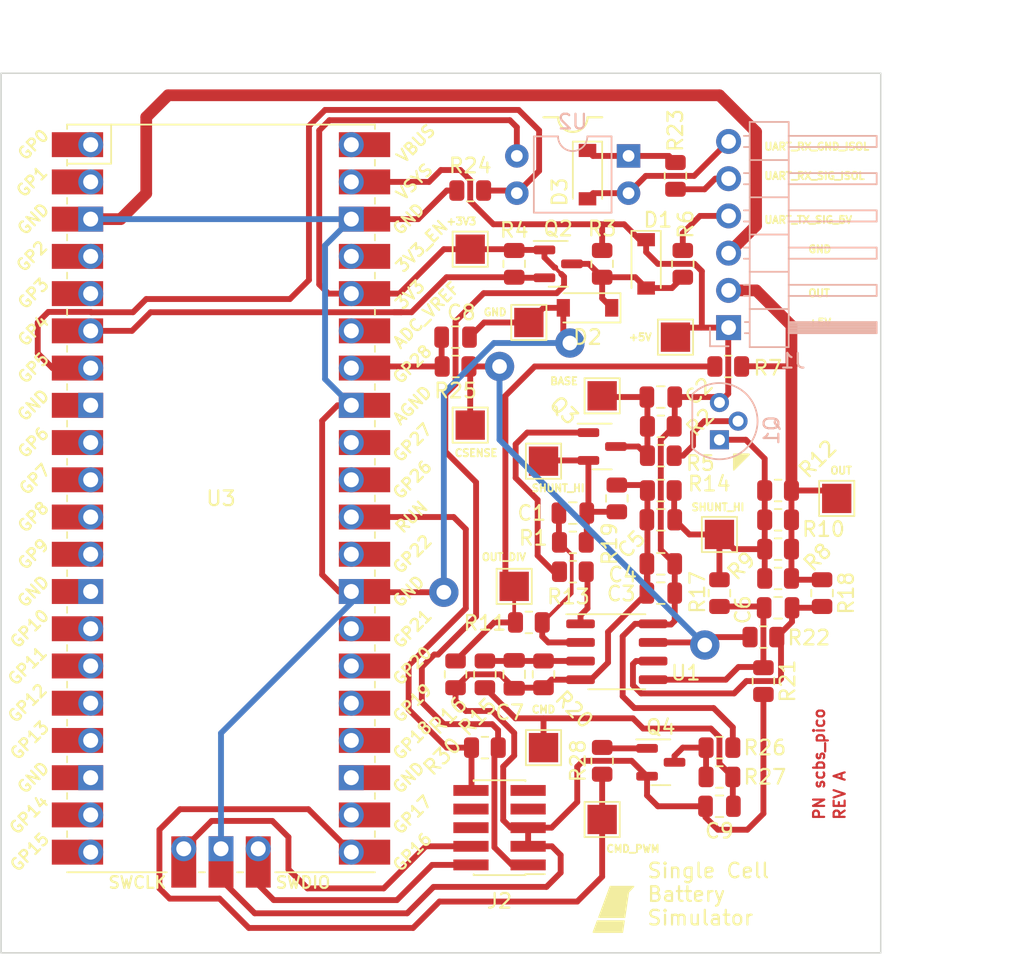
<source format=kicad_pcb>
(kicad_pcb (version 20211014) (generator pcbnew)
  (title_block (title "Single Cell Battery Simulator Pico Demo Board") (date "2022-11-26") (rev "B") (company "Pants for Birds") (comment 1 "John McNelly - jkailimcnelly@gmail.com"))
  (layers (0 "F.Cu" signal) (31 "B.Cu" signal) (34 "B.Paste" user) (35 "F.Paste" user) (36 "B.SilkS" user "B.Silkscreen") (37 "F.SilkS" user "F.Silkscreen") (38 "B.Mask" user) (39 "F.Mask" user) (44 "Edge.Cuts" user))
  (net 0 "")
  (net 1 "Net-(C1-Pad1)")
  (net 2 "/ERR")
  (net 3 "+5V")
  (net 4 "GND")
  (net 5 "/SHUNT_HI")
  (net 6 "Net-(C6-Pad1)")
  (net 7 "Net-(C6-Pad2)")
  (net 8 "Net-(C7-Pad1)")
  (net 9 "/CSENSE_FILT")
  (net 10 "/CMD")
  (net 11 "Net-(D1-Pad2)")
  (net 12 "Net-(D3-Pad1)")
  (net 13 "/UART_RX_GND_ISOL")
  (net 14 "/OUT")
  (net 15 "/UART_TX_SIG_5V")
  (net 16 "/UART_RX_SIG_ISOL")
  (net 17 "+3V3")
  (net 18 "Net-(J2-Pad2)")
  (net 19 "Net-(J2-Pad4)")
  (net 24 "/~{RESET}")
  (net 25 "Net-(Q1-Pad2)")
  (net 26 "/UART_TX_3V3")
  (net 27 "Net-(Q3-Pad1)")
  (net 28 "Net-(Q4-Pad1)")
  (net 29 "Net-(Q4-Pad3)")
  (net 30 "Net-(R13-Pad1)")
  (net 31 "/CSENSE")
  (net 32 "/UART_RX_3V3")
  (net 33 "/CMD_PWM")
  (net 63 "/BASE")
  (net 64 "/OUT_DIV")
  (footprint "Capacitor_SMD:C_0805_2012Metric" (layer "F.Cu") (at 60 61 -90)
    (fp_text reference "C7")
    (fp_text value "1nF")
  )
  (footprint "TestPoint:TestPoint_Pad_2.0x2.0mm" (layer "F.Cu") (at 62 46.46)
    (fp_text reference "TP3" hide)
    (fp_text value "TestPoint")
  )
  (footprint "Resistor_SMD:R_0805_2012Metric" (layer "F.Cu") (at 61 57.46)
    (fp_text reference "R11")
    (fp_text value "10M")
  )
  (footprint "Diode_SMD:D_SOD-123" (layer "F.Cu") (at 65 36 180)
    (fp_text reference "D2")
    (fp_text value "1N4148")
  )
  (footprint "MountingHole:MountingHole_3.2mm_M3" (layer "F.Cu") (at 81 76)
    (fp_text reference "H1" hide)
    (fp_text value "MountingHole")
  )
  (footprint "Capacitor_SMD:C_0805_2012Metric" (layer "F.Cu") (at 74 70 180)
    (fp_text reference "C9")
    (fp_text value "0.1uF")
  )
  (footprint "Package_TO_SOT_SMD:SOT-23" (layer "F.Cu") (at 63 33)
    (fp_text reference "Q2")
    (fp_text value "2N7002")
  )
  (footprint "Resistor_SMD:R_0805_2012Metric" (layer "F.Cu") (at 71 27 90)
    (fp_text reference "R23")
    (fp_text value "390R")
  )
  (footprint "Package_TO_SOT_SMD:SOT-23" (layer "F.Cu") (at 66 45.46)
    (fp_text reference "Q3")
    (fp_text value "MMBT3904")
  )
  (footprint "Resistor_SMD:R_0805_2012Metric" (layer "F.Cu") (at 60 33 -90)
    (fp_text reference "R4")
    (fp_text value "3k3")
  )
  (footprint "Capacitor_SMD:C_0805_2012Metric" (layer "F.Cu") (at 78 56.46)
    (fp_text reference "C6")
    (fp_text value "DNP")
  )
  (footprint "TestPoint:TestPoint_Pad_2.0x2.0mm" (layer "F.Cu") (at 66 42)
    (fp_text reference "TP5" hide)
    (fp_text value "TestPoint")
  )
  (footprint "TestPoint:TestPoint_Pad_2.0x2.0mm" (layer "F.Cu") (at 62 66)
    (fp_text reference "TP2" hide)
    (fp_text value "TestPoint")
  )
  (footprint "Package_TO_SOT_SMD:SOT-23" (layer "F.Cu") (at 70 67)
    (fp_text reference "Q4")
    (fp_text value "MMBT3904")
  )
  (footprint "Capacitor_SMD:C_0805_2012Metric" (layer "F.Cu") (at 70 42.085 180)
    (fp_text reference "C2")
    (fp_text value "DNP")
  )
  (footprint "Custom_Graphic:PCB_PN_REV_small" (layer "F.Cu") (at 83 71 90)
    (fp_text reference "PCB1" hide)
    (fp_text value "PCB" hide)
  )
  (footprint "Resistor_SMD:R_0805_2012Metric" (layer "F.Cu") (at 78 52.46)
    (fp_text reference "R9")
    (fp_text value "3.9R 1% 0805")
  )
  (footprint "Connector_PinHeader_1.27mm:PinHeader_2x05_P1.27mm_Vertical_SMD" (layer "F.Cu") (at 59 71.46 180)
    (fp_text reference "J2")
    (fp_text value "Conn_ARM_JTAG_SWD_10")
  )
  (footprint "TestPoint:TestPoint_Pad_2.0x2.0mm" (layer "F.Cu") (at 66 70.9)
    (fp_text reference "TP4" hide)
    (fp_text value "TestPoint")
  )
  (footprint "Resistor_SMD:R_0805_2012Metric" (layer "F.Cu") (at 78 48.46)
    (fp_text reference "R12")
    (fp_text value "4.3R 1% 0805")
  )
  (footprint "Custom_Graphic:bird_with_pants_small_flipped" (layer "F.Cu") (at 67 77)
    (fp_text reference "GRAPHIC1" hide)
    (fp_text value "Graphic" hide)
  )
  (footprint "Resistor_SMD:R_0805_2012Metric" (layer "F.Cu") (at 57 28 180)
    (fp_text reference "R24")
    (fp_text value "390R")
  )
  (footprint "Resistor_SMD:R_0805_2012Metric" (layer "F.Cu") (at 70 48.46 180)
    (fp_text reference "R14")
    (fp_text value "1k")
  )
  (footprint "Resistor_SMD:R_0805_2012Metric" (layer "F.Cu") (at 77 58.46 180)
    (fp_text reference "R22")
    (fp_text value "8.2M 1%")
  )
  (footprint "Resistor_SMD:R_0805_2012Metric" (layer "F.Cu") (at 64 52)
    (fp_text reference "R1")
    (fp_text value "2M")
  )
  (footprint "Resistor_SMD:R_0805_2012Metric" (layer "F.Cu") (at 66 33 -90)
    (fp_text reference "R3")
    (fp_text value "3k3")
  )
  (footprint "Resistor_SMD:R_0805_2012Metric" (layer "F.Cu") (at 74 55.46 -90)
    (fp_text reference "R17")
    (fp_text value "510k 1%")
  )
  (footprint "TestPoint:TestPoint_Pad_2.0x2.0mm" (layer "F.Cu") (at 71 38)
    (fp_text reference "TP10" hide)
    (fp_text value "TestPoint")
  )
  (footprint "Resistor_SMD:R_0805_2012Metric" (layer "F.Cu") (at 71.5 33 -90)
    (fp_text reference "R6")
    (fp_text value "390R")
  )
  (footprint "Resistor_SMD:R_0805_2012Metric" (layer "F.Cu") (at 81 55.46 -90)
    (fp_text reference "R18")
    (fp_text value "510k 1%")
  )
  (footprint "TestPoint:TestPoint_Pad_2.0x2.0mm" (layer "F.Cu") (at 57 44)
    (fp_text reference "TP8" hide)
    (fp_text value "TestPoint")
  )
  (footprint "Capacitor_SMD:C_0805_2012Metric" (layer "F.Cu") (at 64 50)
    (fp_text reference "C1")
    (fp_text value "1nF")
  )
  (footprint "TestPoint:TestPoint_Pad_2.0x2.0mm" (layer "F.Cu") (at 82 49)
    (fp_text reference "TP6" hide)
    (fp_text value "TestPoint")
  )
  (footprint "Resistor_SMD:R_0805_2012Metric" (layer "F.Cu") (at 77 61.46 -90)
    (fp_text reference "R21")
    (fp_text value "8.2M 1%")
  )
  (footprint "TestPoint:TestPoint_Pad_2.0x2.0mm" (layer "F.Cu") (at 60 55)
    (fp_text reference "TP7" hide)
    (fp_text value "TestPoint")
  )
  (footprint "Capacitor_SMD:C_0805_2012Metric" (layer "F.Cu") (at 70 53.46 180)
    (fp_text reference "C4")
    (fp_text value "0.1uF")
  )
  (footprint "Resistor_SMD:R_0805_2012Metric" (layer "F.Cu") (at 78 50.46)
    (fp_text reference "R10")
    (fp_text value "3.9R 1% 0805")
  )
  (footprint "TestPoint:TestPoint_Pad_2.0x2.0mm" (layer "F.Cu") (at 61 37)
    (fp_text reference "TP9" hide)
    (fp_text value "TestPoint")
  )
  (footprint "Resistor_SMD:R_0805_2012Metric" (layer "F.Cu") (at 58 66 180)
    (fp_text reference "R30")
    (fp_text value "10k")
  )
  (footprint "Resistor_SMD:R_0805_2012Metric" (layer "F.Cu") (at 67 49 90)
    (fp_text reference "R19")
    (fp_text value "1R")
  )
  (footprint "Resistor_SMD:R_0805_2012Metric" (layer "F.Cu") (at 70 46.085)
    (fp_text reference "R5")
    (fp_text value "750R")
  )
  (footprint "TestPoint:TestPoint_Pad_2.0x2.0mm" (layer "F.Cu") (at 74 51.46)
    (fp_text reference "TP1" hide)
    (fp_text value "TestPoint")
  )
  (footprint "TestPoint:TestPoint_Pad_2.0x2.0mm" (layer "F.Cu") (at 57 32)
    (fp_text reference "TP11" hide)
    (fp_text value "TestPoint")
  )
  (footprint "Resistor_SMD:R_0805_2012Metric" (layer "F.Cu") (at 74 68)
    (fp_text reference "R27")
    (fp_text value "10k")
  )
  (footprint "Diode_SMD:D_SOD-123" (layer "F.Cu") (at 65 26.9125 -90)
    (fp_text reference "D3")
    (fp_text value "1N4148")
  )
  (footprint "Resistor_SMD:R_0805_2012Metric" (layer "F.Cu") (at 66 66.9 90)
    (fp_text reference "R28")
    (fp_text value "10k")
  )
  (footprint "Capacitor_SMD:C_0805_2012Metric" (layer "F.Cu") (at 70 55.46 180)
    (fp_text reference "C3")
    (fp_text value "1uF")
  )
  (footprint "Resistor_SMD:R_0805_2012Metric" (layer "F.Cu") (at 64 54 180)
    (fp_text reference "R13")
    (fp_text value "100R")
  )
  (footprint "Resistor_SMD:R_0805_2012Metric" (layer "F.Cu") (at 74.6 40 180)
    (fp_text reference "R7")
    (fp_text value "0R")
  )
  (footprint "Resistor_SMD:R_0805_2012Metric" (layer "F.Cu") (at 56 40 180)
    (fp_text reference "R25")
    (fp_text value "10k")
  )
  (footprint "Package_SO:SOIC-8_3.9x4.9mm_P1.27mm" (layer "F.Cu") (at 67 59.46)
    (fp_text reference "U1")
    (fp_text value "TLV9062xD")
  )
  (footprint "Resistor_SMD:R_0805_2012Metric" (layer "F.Cu") (at 78 54.46)
    (fp_text reference "R8")
    (fp_text value "3.9R 1% 0805")
  )
  (footprint "Resistor_SMD:R_0805_2012Metric" (layer "F.Cu") (at 58 61 90)
    (fp_text reference "R15")
    (fp_text value "10M")
  )
  (footprint "Resistor_SMD:R_0805_2012Metric" (layer "F.Cu") (at 70 44.085 180)
    (fp_text reference "R2")
    (fp_text value "1k")
  )
  (footprint "Custom_Module:RPi_Pico_SMD_TH" (layer "F.Cu") (at 40 49)
    (fp_text reference "U3")
    (fp_text value "Pico")
  )
  (footprint "Resistor_SMD:R_0805_2012Metric" (layer "F.Cu") (at 62 61 -90)
    (fp_text reference "R20")
    (fp_text value "2M")
  )
  (footprint "Capacitor_SMD:C_0805_2012Metric" (layer "F.Cu") (at 70 50.46 180)
    (fp_text reference "C5")
    (fp_text value "DNP")
  )
  (footprint "Resistor_SMD:R_0805_2012Metric" (layer "F.Cu") (at 74 66 180)
    (fp_text reference "R26")
    (fp_text value "1k")
  )
  (footprint "Capacitor_SMD:C_0805_2012Metric" (layer "F.Cu") (at 56 38)
    (fp_text reference "C8")
    (fp_text value "0.1uF")
  )
  (footprint "Resistor_SMD:R_0805_2012Metric" (layer "F.Cu") (at 56 61 -90)
    (fp_text reference "R16")
    (fp_text value "DNP")
  )
  (footprint "Diode_SMD:D_SOD-123" (layer "F.Cu") (at 69 33 -90)
    (fp_text reference "D1")
    (fp_text value "1N4148")
  )
  (footprint "Connector_PinHeader_2.54mm:PinHeader_1x06_P2.54mm_Horizontal" (layer "B.Cu") (at 74.625 37.35)
    (fp_text reference "J1")
    (fp_text value "Conn_01x06_Male")
  )
  (footprint "Package_TO_SOT_THT:TO-92" (layer "B.Cu") (at 74 45 90)
    (fp_text reference "Q1")
    (fp_text value "2N2907")
  )
  (footprint "Package_DIP:DIP-4_W7.62mm" (layer "B.Cu") (at 67.8 25.6375 180)
    (fp_text reference "U2")
    (fp_text value "PC817")
  )
  (gr_arc (start 65 23) (mid 64 24) (end 63 23) (layer "F.SilkS") (width 0.15))
  (gr_line (start 65 23) (end 66 23) (layer "F.SilkS") (width 0.15))
  (gr_circle (center 81 76) (end 81.4 76) (layer "F.SilkS") (width 0.15) (fill none))
  (gr_poly (pts (xy 75 47) (xy 75 46) (xy 76 46)) (layer "F.SilkS") (width 0.15) (fill solid))
  (gr_line (start 62 23) (end 63 23) (layer "F.SilkS") (width 0.15))
  (gr_line (start 25 80) (end 25 20) (layer "Edge.Cuts") (width 0.1))
  (gr_line (start 85 80) (end 25 80) (layer "Edge.Cuts") (width 0.1))
  (gr_line (start 85 80) (end 85 20) (layer "Edge.Cuts") (width 0.1))
  (gr_line (start 25 20) (end 85 20) (layer "Edge.Cuts") (width 0.1))
  (gr_text "CMD_PWM" (at 68.1 72.9) (layer "F.SilkS") (effects (font (size 0.5 0.5) (thickness 0.125))))
  (gr_text "+5V" (at 80 37) (layer "F.SilkS") (effects (font (size 0.5 0.5) (thickness 0.125)) (justify left)))
  (gr_text "GND" (at 58.7 36.3) (layer "F.SilkS") (effects (font (size 0.5 0.5) (thickness 0.125))))
  (gr_text "UART_TX_SIG_5V" (at 77 30) (layer "F.SilkS") (effects (font (size 0.5 0.5) (thickness 0.125)) (justify left)))
  (gr_text "CMD" (at 62 63.4) (layer "F.SilkS") (effects (font (size 0.5 0.5) (thickness 0.125))))
  (gr_text "+3V3" (at 56.4 30.1) (layer "F.SilkS") (effects (font (size 0.5 0.5) (thickness 0.125))))
  (gr_text "UART_RX_GND_ISOL" (at 77 25) (layer "F.SilkS") (effects (font (size 0.5 0.5) (thickness 0.125)) (justify left)))
  (gr_text "CSENSE" (at 57.4 45.9) (layer "F.SilkS") (effects (font (size 0.5 0.5) (thickness 0.125))))
  (gr_text "GND" (at 80 32) (layer "F.SilkS") (effects (font (size 0.5 0.5) (thickness 0.125)) (justify left)))
  (gr_text "SHUNT_HI" (at 63 48.3) (layer "F.SilkS") (effects (font (size 0.5 0.5) (thickness 0.125))))
  (gr_text "BASE" (at 63.4 41) (layer "F.SilkS") (effects (font (size 0.5 0.5) (thickness 0.125))))
  (gr_text "OUT" (at 82.3 47.1) (layer "F.SilkS") (effects (font (size 0.5 0.5) (thickness 0.125))))
  (gr_text "UART_RX_SIG_ISOL" (at 77 27) (layer "F.SilkS") (effects (font (size 0.5 0.5) (thickness 0.125)) (justify left)))
  (gr_text "OUT" (at 80 35) (layer "F.SilkS") (effects (font (size 0.5 0.5) (thickness 0.125)) (justify left)))
  (gr_text "SHUNT_HI" (at 73.9 49.6) (layer "F.SilkS") (effects (font (size 0.5 0.5) (thickness 0.125))))
  (gr_text "Single Cell\nBattery\nSimulator" (at 69 76) (layer "F.SilkS") (effects (font (size 1 1)) (justify left)))
  (gr_text "+5V" (at 68.6 38) (layer "F.SilkS") (effects (font (size 0.5 0.5) (thickness 0.125))))
  (gr_text "OUT_DIV" (at 59.3 53) (layer "F.SilkS") (effects (font (size 0.5 0.5) (thickness 0.125))))
  (segment (start 63.925 55.475) (end 61.94 57.46) (width 0.25) (layer "F.Cu") (net 1))
  (segment (start 61.9125 58.4125) (end 61.9125 57.46) (width 0.4) (layer "F.Cu") (net 1))
  (segment (start 63.0875 52) (end 63.925 52.8375) (width 0.25) (layer "F.Cu") (net 1))
  (segment (start 61.94 57.46) (end 61.9125 57.46) (width 0.25) (layer "F.Cu") (net 1))
  (segment (start 62.325 58.825) (end 61.9125 58.4125) (width 0.4) (layer "F.Cu") (net 1))
  (segment (start 64.525 58.825) (end 62.325 58.825) (width 0.4) (layer "F.Cu") (net 1))
  (segment (start 63.05 50) (end 63.05 51.9625) (width 0.4) (layer "F.Cu") (net 1))
  (segment (start 63.05 51.9625) (end 63.0875 52) (width 0.4) (layer "F.Cu") (net 1))
  (segment (start 63.925 52.8375) (end 63.925 55.475) (width 0.25) (layer "F.Cu") (net 1))
  (segment (start 67 49.9125) (end 65.0375 49.9125) (width 0.4) (layer "F.Cu") (net 2))
  (segment (start 64.95 50) (end 64.95 51.9625) (width 0.4) (layer "F.Cu") (net 2))
  (segment (start 64.95 51.9625) (end 64.9125 52) (width 0.4) (layer "F.Cu") (net 2))
  (segment (start 65.0625 46.41) (end 62.05 46.41) (width 0.4) (layer "F.Cu") (net 2))
  (segment (start 62.05 46.41) (end 62 46.46) (width 0.4) (layer "F.Cu") (net 2))
  (segment (start 65.0375 49.9125) (end 64.95 50) (width 0.4) (layer "F.Cu") (net 2))
  (segment (start 65.0625 46.41) (end 65.0625 49.8875) (width 0.4) (layer "F.Cu") (net 2))
  (segment (start 65.0625 49.8875) (end 64.95 50) (width 0.4) (layer "F.Cu") (net 2))
  (segment (start 70.95 57.35) (end 70.7 57.6) (width 0.4) (layer "F.Cu") (net 3))
  (segment (start 74.625 37.35) (end 74.6 37.375) (width 0.4) (layer "F.Cu") (net 3))
  (segment (start 70.95 44.0475) (end 70.9125 44.085) (width 0.4) (layer "F.Cu") (net 3))
  (segment (start 48.89 27.41) (end 54.19 27.41) (width 0.4) (layer "F.Cu") (net 3))
  (segment (start 65.9 30.3) (end 67.5 30.3) (width 0.4) (layer "F.Cu") (net 3))
  (segment (start 69.475 57.555) (end 68.245 57.555) (width 0.4) (layer "F.Cu") (net 3))
  (segment (start 57 28.719239) (end 58.580761 30.3) (width 0.4) (layer "F.Cu") (net 3))
  (segment (start 72.8 33.5) (end 72.8 37.3) (width 0.4) (layer "F.Cu") (net 3))
  (segment (start 70.95 55.46) (end 70.95 57.35) (width 0.4) (layer "F.Cu") (net 3))
  (segment (start 66 32.0875) (end 66 30.4) (width 0.4) (layer "F.Cu") (net 3))
  (segment (start 69.52 57.6) (end 69.475 57.555) (width 0.4) (layer "F.Cu") (net 3))
  (segment (start 57 27.280761) (end 57 28.719239) (width 0.4) (layer "F.Cu") (net 3))
  (segment (start 70.95 53.46) (end 70.95 55.46) (width 0.4) (layer "F.Cu") (net 3))
  (segment (start 70.7 57.6) (end 69.52 57.6) (width 0.4) (layer "F.Cu") (net 3))
  (segment (start 72.75 37.35) (end 71.65 37.35) (width 0.4) (layer "F.Cu") (net 3))
  (segment (start 68.2 63.3) (end 73.6 63.3) (width 0.4) (layer "F.Cu") (net 3))
  (segment (start 58.580761 30.3) (end 65.9 30.3) (width 0.4) (layer "F.Cu") (net 3))
  (segment (start 74.625 37.35) (end 72.75 37.35) (width 0.4) (layer "F.Cu") (net 3))
  (segment (start 73.625 42.085) (end 74 42.46) (width 0.4) (layer "F.Cu") (net 3))
  (segment (start 68.55 31.35) (end 69 31.35) (width 0.4) (layer "F.Cu") (net 3))
  (segment (start 69 32.2) (end 69.8 33) (width 0.4) (layer "F.Cu") (net 3))
  (segment (start 70 52.51) (end 70.95 53.46) (width 0.4) (layer "F.Cu") (net 3))
  (segment (start 74.9125 64.6125) (end 74.9125 66) (width 0.4) (layer "F.Cu") (net 3))
  (segment (start 74.6 37.375) (end 74.6 41.86) (width 0.4) (layer "F.Cu") (net 3))
  (segment (start 74.6 41.86) (end 74 42.46) (width 0.4) (layer "F.Cu") (net 3))
  (segment (start 67.4 62.5) (end 68.2 63.3) (width 0.4) (layer "F.Cu") (net 3))
  (segment (start 70.95 42.085) (end 73.625 42.085) (width 0.4) (layer "F.Cu") (net 3))
  (segment (start 72.8 37.3) (end 72.75 37.35) (width 0.4) (layer "F.Cu") (net 3))
  (segment (start 67.4 58.4) (end 67.4 62.5) (width 0.4) (layer "F.Cu") (net 3))
  (segment (start 66 30.4) (end 65.9 30.3) (width 0.4) (layer "F.Cu") (net 3))
  (segment (start 56.319239 26.6) (end 57 27.280761) (width 0.4) (layer "F.Cu") (net 3))
  (segment (start 69 31.35) (end 69 32.2) (width 0.4) (layer "F.Cu") (net 3))
  (segment (start 67.5 30.3) (end 68.05 30.85) (width 0.4) (layer "F.Cu") (net 3))
  (segment (start 71.65 37.35) (end 71 38) (width 0.4) (layer "F.Cu") (net 3))
  (segment (start 68.245 57.555) (end 67.4 58.4) (width 0.4) (layer "F.Cu") (net 3))
  (segment (start 70.9125 44.085) (end 70 44.9975) (width 0.4) (layer "F.Cu") (net 3))
  (segment (start 70 44.9975) (end 70 52.51) (width 0.4) (layer "F.Cu") (net 3))
  (segment (start 55 26.6) (end 56.319239 26.6) (width 0.4) (layer "F.Cu") (net 3))
  (segment (start 73.6 63.3) (end 74.9125 64.6125) (width 0.4) (layer "F.Cu") (net 3))
  (segment (start 70.95 42.085) (end 70.95 44.0475) (width 0.4) (layer "F.Cu") (net 3))
  (segment (start 72.3 33) (end 72.8 33.5) (width 0.4) (layer "F.Cu") (net 3))
  (segment (start 54.19 27.41) (end 55 26.6) (width 0.4) (layer "F.Cu") (net 3))
  (segment (start 69.8 33) (end 72.3 33) (width 0.4) (layer "F.Cu") (net 3))
  (segment (start 68.05 30.85) (end 68.55 31.35) (width 0.4) (layer "F.Cu") (net 3))
  (segment (start 46.9 54.2) (end 48.05 55.35) (width 0.4) (layer "F.Cu") (net 4))
  (segment (start 60.0375 61.9125) (end 60 61.95) (width 0.4) (layer "F.Cu") (net 4))
  (segment (start 59.05 61) (end 60 61.95) (width 0.4) (layer "F.Cu") (net 4))
  (segment (start 60.95 71.46) (end 59.76 71.46) (width 0.4) (layer "F.Cu") (net 4))
  (segment (start 66.4 58.11) (end 66.4 60.2) (width 0.4) (layer "F.Cu") (net 4))
  (segment (start 75.9 71.6) (end 77 70.5) (width 0.4) (layer "F.Cu") (net 4))
  (segment (start 53.45 29.95) (end 55.4 28) (width 0.4) (layer "F.Cu") (net 4))
  (segment (start 68.0125 66.9) (end 64.7 66.9) (width 0.4) (layer "F.Cu") (net 4))
  (segment (start 69.0625 67.95) (end 68.0125 66.9) (width 0.4) (layer "F.Cu") (net 4))
  (segment (start 59.25 67.294239) (end 60 66.544239) (width 0.4) (layer "F.Cu") (net 4))
  (segment (start 63.17 74.53) (end 62.2 75.5) (width 0.4) (layer "F.Cu") (net 4))
  (segment (start 60 66.544239) (end 60 65) (width 0.4) (layer "F.Cu") (net 4))
  (segment (start 46.9 43.7) (end 46.9 54.2) (width 0.4) (layer "F.Cu") (net 4))
  (segment (start 64.7 66.9) (end 64.3 67.3) (width 0.4) (layer "F.Cu") (net 4))
  (segment (start 59.76 71.46) (end 59.25 70.95) (width 0.4) (layer "F.Cu") (net 4))
  (segment (start 47.95 42.65) (end 46.9 43.7) (width 0.4) (layer "F.Cu") (net 4))
  (segment (start 66.4 60.2) (end 65.235 61.365) (width 0.4) (layer "F.Cu") (net 4))
  (segment (start 36.390936 21.5) (end 34.9 22.990936) (width 0.8) (layer "F.Cu") (net 4))
  (segment (start 60.95 71.46) (end 60.95 72.73) (width 0.4) (layer "F.Cu") (net 4))
  (segment (start 74.625 32.27) (end 76.5 30.395) (width 0.8) (layer "F.Cu") (net 4))
  (segment (start 56.7 63.5) (end 56 62.8) (width 0.4) (layer "F.Cu") (net 4))
  (segment (start 62.2 75.5) (end 54.5 75.5) (width 0.4) (layer "F.Cu") (net 4))
  (segment (start 60 65) (end 58.5 63.5) (width 0.4) (layer "F.Cu") (net 4))
  (segment (start 68.715 48.0875) (end 69.0875 48.46) (width 0.4) (layer "F.Cu") (net 4))
  (segment (start 64.525 61.365) (end 62.5475 61.365) (width 0.4) (layer "F.Cu") (net 4))
  (segment (start 76.5 30.395) (end 76.5 24) (width 0.8) (layer "F.Cu") (net 4))
  (segment (start 76.5 24) (end 74 21.5) (width 0.8) (layer "F.Cu") (net 4))
  (segment (start 57.95 37) (end 56.95 38) (width 0.4) (layer "F.Cu") (net 4))
  (segment (start 63.35 36) (end 62 36) (width 0.4) (layer "F.Cu") (net 4))
  (segment (start 48.94 55.4) (end 48.89 55.35) (width 0.4) (layer "F.Cu") (net 4))
  (segment (start 74 21.5) (end 36.390936 21.5) (width 0.8) (layer "F.Cu") (net 4))
  (segment (start 48.89 29.95) (end 53.45 29.95) (width 0.4) (layer "F.Cu") (net 4))
  (segment (start 69.0875 55.4225) (end 69.05 55.46) (width 0.4) (layer "F.Cu") (net 4))
  (segment (start 34.9 22.990936) (end 34.9 28.2) (width 0.8) (layer "F.Cu") (net 4))
  (segment (start 33.15 29.95) (end 34.9 28.2) (width 0.8) (layer "F.Cu") (net 4))
  (segment (start 61 37) (end 57.95 37) (width 0.4) (layer "F.Cu") (net 4))
  (segment (start 63.35 36) (end 63.35 37.95) (width 0.4) (layer "F.Cu") (net 4))
  (segment (start 73.05 70) (end 73.05 70.75) (width 0.4) (layer "F.Cu") (net 4))
  (segment (start 62.55 71.46) (end 60.95 71.46) (width 0.4) (layer "F.Cu") (net 4))
  (segment (start 48.05 55.35) (end 48.89 55.35) (width 0.4) (layer "F.Cu") (net 4))
  (segment (start 73.05 70) (end 69.8 70) (width 0.4) (layer "F.Cu") (net 4))
  (segment (start 69.0625 69.2625) (end 69.0625 67.95) (width 0.4) (layer "F.Cu") (net 4))
  (segment (start 63.17 73.33) (end 63.17 74.53) (width 0.4) (layer "F.Cu") (net 4))
  (segment (start 73.05 70.75) (end 73.9 71.6) (width 0.4) (layer "F.Cu") (net 4))
  (segment (start 58.5 63.5) (end 56.7 63.5) (width 0.4) (layer "F.Cu") (net 4))
  (segment (start 64.3 69.71) (end 62.55 71.46) (width 0.4) (layer "F.Cu") (net 4))
  (segment (start 52.7 77.3) (end 42.3 77.3) (width 0.4) (layer "F.Cu") (net 4))
  (segment (start 62 36) (end 61 37) (width 0.4) (layer "F.Cu") (net 4))
  (segment (start 48.89 42.65) (end 47.95 42.65) (width 0.4) (layer "F.Cu") (net 4))
  (segment (start 64.3 67.3) (end 64.3 69.71) (width 0.4) (layer "F.Cu") (net 4))
  (segment (start 42.3 77.3) (end 40 75) (width 0.4) (layer "F.Cu") (net 4))
  (segment (start 56 62.8) (end 56 61.9125) (width 0.4) (layer "F.Cu") (net 4))
  (segment (start 65.235 61.365) (end 64.525 61.365) (width 0.4) (layer "F.Cu") (net 4))
  (segment (start 69.0875 48.46) (end 69.0875 55.4225) (width 0.4) (layer "F.Cu") (net 4))
  (segment (start 67 48.0875) (end 68.715 48.0875) (width 0.4) (layer "F.Cu") (net 4))
  (segment (start 54.5 75.5) (end 52.7 77.3) (width 0.4) (layer "F.Cu") (net 4))
  (segment (start 63.35 37.95) (end 63.8 38.4) (width 0.4) (layer "F.Cu") (net 4))
  (segment (start 69.8 70) (end 69.0625 69.2625) (width 0.4) (layer "F.Cu") (net 4))
  (segment (start 77 62.3725) (end 77 70.5) (width 0.4) (layer "F.Cu") (net 4))
  (segment (start 69.05 55.46) (end 66.4 58.11) (width 0.4) (layer "F.Cu") (net 4))
  (segment (start 62.5475 61.365) (end 62 61.9125) (width 0.4) (layer "F.Cu") (net 4))
  (segment (start 60.95 72.73) (end 62.57 72.73) (width 0.4) (layer "F.Cu") (net 4))
  (segment (start 62.57 72.73) (end 63.17 73.33) (width 0.4) (layer "F.Cu") (net 4))
  (segment (start 55.4 28) (end 56.0875 28) (width 0.4) (layer "F.Cu") (net 4))
  (segment (start 73.9 71.6) (end 75.9 71.6) (width 0.4) (layer "F.Cu") (net 4))
  (segment (start 69.05 53.46) (end 69.05 55.46) (width 0.4) (layer "F.Cu") (net 4))
  (segment (start 59.25 70.95) (end 59.25 67.294239) (width 0.4) (layer "F.Cu") (net 4))
  (segment (start 56.9125 61) (end 59.05 61) (width 0.4) (layer "F.Cu") (net 4))
  (segment (start 56 61.9125) (end 56.9125 61) (width 0.4) (layer "F.Cu") (net 4))
  (segment (start 31.11 29.95) (end 33.15 29.95) (width 0.8) (layer "F.Cu") (net 4))
  (segment (start 62 61.9125) (end 60.0375 61.9125) (width 0.4) (layer "F.Cu") (net 4))
  (segment (start 40 75) (end 40 72.9) (width 0.4) (layer "F.Cu") (net 4))
  (segment (start 55.2 55.4) (end 48.94 55.4) (width 0.4) (layer "F.Cu") (net 4))
  (via (at 55.2 55.4) (size 2) (drill 1) (layers "F.Cu" "B.Cu") (net 4))
  (via (at 63.8 38.4) (size 2) (drill 1) (layers "F.Cu" "B.Cu") (net 4))
  (segment (start 63.8 38.4) (end 58.620101 38.4) (width 0.4) (layer "B.Cu") (net 4))
  (segment (start 55.2 41.820101) (end 55.2 55.4) (width 0.4) (layer "B.Cu") (net 4))
  (segment (start 48.89 55.35) (end 48.89 56.122233) (width 0.4) (layer "B.Cu") (net 4))
  (segment (start 40 65.012233) (end 40 72.9) (width 0.4) (layer "B.Cu") (net 4))
  (segment (start 48.89 56.122233) (end 40 65.012233) (width 0.4) (layer "B.Cu") (net 4))
  (segment (start 47.09814 31.74186) (end 47.09814 40.85814) (width 0.4) (layer "B.Cu") (net 4))
  (segment (start 48.89 29.95) (end 47.09814 31.74186) (width 0.4) (layer "B.Cu") (net 4))
  (segment (start 47.09814 40.85814) (end 48.89 42.65) (width 0.4) (layer "B.Cu") (net 4))
  (segment (start 48.89 29.95) (end 31.11 29.95) (width 0.4) (layer "B.Cu") (net 4))
  (segment (start 58.620101 38.4) (end 55.2 41.820101) (width 0.4) (layer "B.Cu") (net 4))
  (segment (start 77.0875 52.46) (end 75 52.46) (width 0.4) (layer "F.Cu") (net 5))
  (segment (start 71.95 51.46) (end 70.95 50.46) (width 0.4) (layer "F.Cu") (net 5))
  (segment (start 75.8 45) (end 77.0875 46.2875) (width 0.4) (layer "F.Cu") (net 5))
  (segment (start 77.0875 46.2875) (end 77.0875 48.46) (width 0.4) (layer "F.Cu") (net 5))
  (segment (start 74 54.5475) (end 74 51.46) (width 0.4) (layer "F.Cu") (net 5))
  (segment (start 70.9125 50.4225) (end 70.95 50.46) (width 0.4) (layer "F.Cu") (net 5))
  (segment (start 70.9125 48.46) (end 70.9125 50.4225) (width 0.4) (layer "F.Cu") (net 5))
  (segment (start 75 52.46) (end 74 51.46) (width 0.4) (layer "F.Cu") (net 5))
  (segment (start 74 51.46) (end 71.95 51.46) (width 0.4) (layer "F.Cu") (net 5))
  (segment (start 74 45) (end 75.8 45) (width 0.4) (layer "F.Cu") (net 5))
  (segment (start 77.0875 48.46) (end 77.0875 54.46) (width 0.4) (layer "F.Cu") (net 5))
  (segment (start 76.9525 60.5) (end 75.3 60.5) (width 0.4) (layer "F.Cu") (net 6))
  (segment (start 77 56.51) (end 77.05 56.46) (width 0.4) (layer "F.Cu") (net 6))
  (segment (start 74.435 61.365) (end 69.475 61.365) (width 0.4) (layer "F.Cu") (net 6))
  (segment (start 77 60.5475) (end 77 56.51) (width 0.4) (layer "F.Cu") (net 6))
  (segment (start 77 60.5475) (end 76.9525 60.5) (width 0.4) (layer "F.Cu") (net 6))
  (segment (start 75.3 60.5) (end 74.435 61.365) (width 0.4) (layer "F.Cu") (net 6))
  (segment (start 76.9625 56.3725) (end 77.05 56.46) (width 0.4) (layer "F.Cu") (net 6))
  (segment (start 74 56.3725) (end 76.9625 56.3725) (width 0.4) (layer "F.Cu") (net 6))
  (segment (start 75 62.3) (end 75.84 61.46) (width 0.4) (layer "F.Cu") (net 7))
  (segment (start 68.305 60.095) (end 68.1 60.3) (width 0.4) (layer "F.Cu") (net 7))
  (segment (start 78.95 56.46) (end 80.9125 56.46) (width 0.4) (layer "F.Cu") (net 7))
  (segment (start 75.84 61.46) (end 78.04 61.46) (width 0.4) (layer "F.Cu") (net 7))
  (segment (start 68.1 61.742817) (end 68.657183 62.3) (width 0.4) (layer "F.Cu") (net 7))
  (segment (start 78.95 56.46) (end 78.95 57.4225) (width 0.4) (layer "F.Cu") (net 7))
  (segment (start 68.1 60.3) (end 68.1 61.742817) (width 0.4) (layer "F.Cu") (net 7))
  (segment (start 78.95 57.4225) (end 77.9125 58.46) (width 0.4) (layer "F.Cu") (net 7))
  (segment (start 78.2 58.7475) (end 77.9125 58.46) (width 0.4) (layer "F.Cu") (net 7))
  (segment (start 80.9125 56.46) (end 81 56.3725) (width 0.4) (layer "F.Cu") (net 7))
  (segment (start 68.657183 62.3) (end 75 62.3) (width 0.4) (layer "F.Cu") (net 7))
  (segment (start 69.475 60.095) (end 68.305 60.095) (width 0.4) (layer "F.Cu") (net 7))
  (segment (start 78.2 61.3) (end 78.2 58.7475) (width 0.4) (layer "F.Cu") (net 7))
  (segment (start 78.04 61.46) (end 78.2 61.3) (width 0.4) (layer "F.Cu") (net 7))
  (segment (start 64.5175 60.0875) (end 64.525 60.095) (width 0.4) (layer "F.Cu") (net 8))
  (segment (start 58 60.0875) (end 64.5175 60.0875) (width 0.4) (layer "F.Cu") (net 8))
  (segment (start 49 40) (end 48.89 40.11) (width 0.4) (layer "F.Cu") (net 9))
  (segment (start 55.05 38) (end 55.05 39.9625) (width 0.4) (layer "F.Cu") (net 9))
  (segment (start 55.05 39.9625) (end 55.0875 40) (width 0.4) (layer "F.Cu") (net 9))
  (segment (start 55.0875 40) (end 49 40) (width 0.4) (layer "F.Cu") (net 9))
  (segment (start 62 66) (end 62 64) (width 0.4) (layer "F.Cu") (net 10))
  (segment (start 68.8 64.7) (end 73.419239 64.7) (width 0.4) (layer "F.Cu") (net 10))
  (segment (start 74.9125 68) (end 74.9125 69.9625) (width 0.4) (layer "F.Cu") (net 10))
  (segment (start 73.419239 64.7) (end 74 65.280761) (width 0.4) (layer "F.Cu") (net 10))
  (segment (start 60.0875 64) (end 68.1 64) (width 0.4) (layer "F.Cu") (net 10))
  (segment (start 74 65.280761) (end 74 67.0875) (width 0.4) (layer "F.Cu") (net 10))
  (segment (start 74 67.0875) (end 74.9125 68) (width 0.4) (layer "F.Cu") (net 10))
  (segment (start 68.1 64) (end 68.8 64.7) (width 0.4) (layer "F.Cu") (net 10))
  (segment (start 58 61.9125) (end 60.0875 64) (width 0.4) (layer "F.Cu") (net 10))
  (segment (start 74.9125 69.9625) (end 74.95 70) (width 0.4) (layer "F.Cu") (net 10))
  (segment (start 63.9375 33) (end 65.0875 33) (width 0.4) (layer "F.Cu") (net 11))
  (segment (start 66 33.9125) (end 66 35.35) (width 0.4) (layer "F.Cu") (net 11))
  (segment (start 70.7625 34.65) (end 71.5 33.9125) (width 0.4) (layer "F.Cu") (net 11))
  (segment (start 68.2625 33.9125) (end 69 34.65) (width 0.4) (layer "F.Cu") (net 11))
  (segment (start 69 34.65) (end 70.7625 34.65) (width 0.4) (layer "F.Cu") (net 11))
  (segment (start 65.0875 33) (end 66 33.9125) (width 0.4) (layer "F.Cu") (net 11))
  (segment (start 66 35.35) (end 66.65 36) (width 0.4) (layer "F.Cu") (net 11))
  (segment (start 66 33.9125) (end 68.2625 33.9125) (width 0.4) (layer "F.Cu") (net 11))
  (segment (start 67.8 25.6375) (end 65.375 25.6375) (width 0.4) (layer "F.Cu") (net 12))
  (segment (start 65.375 25.6375) (end 65 25.2625) (width 0.4) (layer "F.Cu") (net 12))
  (segment (start 70.55 25.6375) (end 71 26.0875) (width 0.4) (layer "F.Cu") (net 12))
  (segment (start 67.8 25.6375) (end 70.55 25.6375) (width 0.4) (layer "F.Cu") (net 12))
  (segment (start 67.8 28.1775) (end 65.385 28.1775) (width 0.4) (layer "F.Cu") (net 13))
  (segment (start 68.9775 27) (end 72.275 27) (width 0.4) (layer "F.Cu") (net 13))
  (segment (start 67.8 28.1775) (end 68.9775 27) (width 0.4) (layer "F.Cu") (net 13))
  (segment (start 72.275 27) (end 74.625 24.65) (width 0.4) (layer "F.Cu") (net 13))
  (segment (start 65.385 28.1775) (end 65 28.5625) (width 0.4) (layer "F.Cu") (net 13))
  (segment (start 78.9125 39.9875) (end 78.9125 48.46) (width 0.8) (layer "F.Cu") (net 14))
  (segment (start 78.9125 39.9875) (end 75.525 39.9875) (width 0.4) (layer "F.Cu") (net 14))
  (segment (start 76.51 34.81) (end 78.9125 37.2125) (width 0.8) (layer "F.Cu") (net 14))
  (segment (start 75.525 39.9875) (end 75.5125 40) (width 0.4) (layer "F.Cu") (net 14))
  (segment (start 78.9125 37.2125) (end 78.9125 39.9875) (width 0.8) (layer "F.Cu") (net 14))
  (segment (start 79 54.5475) (end 78.9125 54.46) (width 0.4) (layer "F.Cu") (net 14))
  (segment (start 74.625 34.81) (end 76.51 34.81) (width 0.8) (layer "F.Cu") (net 14))
  (segment (start 81.46 48.46) (end 82 49) (width 0.4) (layer "F.Cu") (net 14))
  (segment (start 78.9125 48.46) (end 81.46 48.46) (width 0.4) (layer "F.Cu") (net 14))
  (segment (start 78.9125 48.46) (end 78.9125 54.46) (width 0.4) (layer "F.Cu") (net 14))
  (segment (start 81 54.5475) (end 79 54.5475) (width 0.4) (layer "F.Cu") (net 14))
  (segment (start 74.625 29.73) (end 72.67 29.73) (width 0.4) (layer "F.Cu") (net 15))
  (segment (start 72.67 29.73) (end 71.5 30.9) (width 0.4) (layer "F.Cu") (net 15))
  (segment (start 71.5 30.9) (end 71.5 32.0875) (width 0.4) (layer "F.Cu") (net 15))
  (segment (start 73.71 27.19) (end 72.9875 27.9125) (width 0.4) (layer "F.Cu") (net 16))
  (segment (start 74.625 27.19) (end 73.71 27.19) (width 0.4) (layer "F.Cu") (net 16))
  (segment (start 72.9875 27.9125) (end 71 27.9125) (width 0.4) (layer "F.Cu") (net 16))
  (segment (start 56 36.92) (end 56 41.2) (width 0.4) (layer "F.Cu") (net 17))
  (segment (start 58.9 65.9875) (end 58.9125 66) (width 0.4) (layer "F.Cu") (net 17))
  (segment (start 55.2 64.4) (end 58.5 64.4) (width 0.4) (layer "F.Cu") (net 17))
  (segment (start 60.0375 32.05) (end 60 32.0875) (width 0.4) (layer "F.Cu") (net 17))
  (segment (start 56 41.2) (end 55.3 41.9) (width 0.4) (layer "F.Cu") (net 17))
  (segment (start 62.75 33.25) (end 62.8 33.25) (width 0.4) (layer "F.Cu") (net 17))
  (segment (start 54.805761 59.65) (end 54.55 59.65) (width 0.4) (layer "F.Cu") (net 17))
  (segment (start 60.18 25.6375) (end 60.18 23.68) (width 0.4) (layer "F.Cu") (net 17))
  (segment (start 52.17 35.03) (end 48.89 35.03) (width 0.4) (layer "F.Cu") (net 17))
  (segment (start 58.5 64.4) (end 58.9 64.8) (width 0.4) (layer "F.Cu") (net 17))
  (segment (start 57.4 57.055761) (end 54.805761 59.65) (width 0.4) (layer "F.Cu") (net 17))
  (segment (start 62.9 35) (end 57.92 35) (width 0.4) (layer "F.Cu") (net 17))
  (segment (start 60.18 23.68) (end 59.7 23.2) (width 0.4) (layer "F.Cu") (net 17))
  (segment (start 55.3 45.8) (end 57.4 47.9) (width 0.4) (layer "F.Cu") (net 17))
  (segment (start 58.9125 66) (end 58.65 66.2625) (width 0.4) (layer "F.Cu") (net 17))
  (segment (start 57 32) (end 55.2 32) (width 0.4) (layer "F.Cu") (net 17))
  (segment (start 46.7 34.4) (end 47.33 35.03) (width 0.4) (layer "F.Cu") (net 17))
  (segment (start 54.55 59.65) (end 53.7 60.5) (width 0.4) (layer "F.Cu") (net 17))
  (segment (start 62.0625 32.05) (end 60.0375 32.05) (width 0.4) (layer "F.Cu") (net 17))
  (segment (start 58.65 66.2625) (end 58.65 72.8) (width 0.4) (layer "F.Cu") (net 17))
  (segment (start 53.7 60.5) (end 53.7 62.9) (width 0.4) (layer "F.Cu") (net 17))
  (segment (start 57.92 35) (end 56 36.92) (width 0.4) (layer "F.Cu") (net 17))
  (segment (start 62.8 33.278248) (end 63.210876 33.689124) (width 0.25) (layer "F.Cu") (net 17))
  (segment (start 55.2 32) (end 52.17 35.03) (width 0.4) (layer "F.Cu") (net 17))
  (segment (start 63.4 33.878248) (end 63.4 34.5) (width 0.4) (layer "F.Cu") (net 17))
  (segment (start 46.7 23.9) (end 46.7 34.4) (width 0.4) (layer "F.Cu") (net 17))
  (segment (start 57.4 47.9) (end 57.4 57.055761) (width 0.4) (layer "F.Cu") (net 17))
  (segment (start 58.65 72.8) (end 59.85 74) (width 0.4) (layer "F.Cu") (net 17))
  (segment (start 59.85 74) (end 60.95 74) (width 0.4) (layer "F.Cu") (net 17))
  (segment (start 62.0625 32.05) (end 62.0625 32.5625) (width 0.4) (layer "F.Cu") (net 17))
  (segment (start 58.9 64.8) (end 58.9 65.9875) (width 0.4) (layer "F.Cu") (net 17))
  (segment (start 59.9125 32) (end 60 32.0875) (width 0.4) (layer "F.Cu") (net 17))
  (segment (start 63.4 34.5) (end 62.9 35) (width 0.4) (layer "F.Cu") (net 17))
  (segment (start 62.8 33.25) (end 62.8 33.278248) (width 0.25) (layer "F.Cu") (net 17))
  (segment (start 47.4 23.2) (end 46.7 23.9) (width 0.4) (layer "F.Cu") (net 17))
  (segment (start 62.0625 32.5625) (end 62.75 33.25) (width 0.4) (layer "F.Cu") (net 17))
  (segment (start 57 32) (end 59.9125 32) (width 0.4) (layer "F.Cu") (net 17))
  (segment (start 63.210876 33.689124) (end 63.4 33.878248) (width 0.4) (layer "F.Cu") (net 17))
  (segment (start 53.7 62.9) (end 55.2 64.4) (width 0.4) (layer "F.Cu") (net 17))
  (segment (start 47.33 35.03) (end 48.89 35.03) (width 0.4) (layer "F.Cu") (net 17))
  (segment (start 55.3 41.9) (end 55.3 45.8) (width 0.4) (layer "F.Cu") (net 17))
  (segment (start 59.7 23.2) (end 47.4 23.2) (width 0.4) (layer "F.Cu") (net 17))
  (segment (start 57.05 74) (end 54.4 74) (width 0.4) (layer "F.Cu") (net 18))
  (segment (start 43.6 76.4) (end 42.54 75.34) (width 0.4) (layer "F.Cu") (net 18))
  (segment (start 52 76.4) (end 43.6 76.4) (width 0.4) (layer "F.Cu") (net 18))
  (segment (start 42.54 75.34) (end 42.54 72.9) (width 0.4) (layer "F.Cu") (net 18))
  (segment (start 54.4 74) (end 52 76.4) (width 0.4) (layer "F.Cu") (net 18))
  (segment (start 45.9 75.6) (end 44.6 74.3) (width 0.4) (layer "F.Cu") (net 19))
  (segment (start 44.6 74.3) (end 44.6 72.1) (width 0.4) (layer "F.Cu") (net 19))
  (segment (start 57.05 72.73) (end 53.97 72.73) (width 0.4) (layer "F.Cu") (net 19))
  (segment (start 39.36 71) (end 37.46 72.9) (width 0.4) (layer "F.Cu") (net 19))
  (segment (start 43.5 71) (end 39.36 71) (width 0.4) (layer "F.Cu") (net 19))
  (segment (start 44.6 72.1) (end 43.5 71) (width 0.4) (layer "F.Cu") (net 19))
  (segment (start 51.1 75.6) (end 45.9 75.6) (width 0.4) (layer "F.Cu") (net 19))
  (segment (start 53.97 72.73) (end 51.1 75.6) (width 0.4) (layer "F.Cu") (net 19))
  (segment (start 52.8 63.4) (end 52.8 60.4) (width 0.4) (layer "F.Cu") (net 24))
  (segment (start 57.0875 68.8825) (end 57.05 68.92) (width 0.4) (layer "F.Cu") (net 24))
  (segment (start 55.87 50.27) (end 48.89 50.27) (width 0.4) (layer "F.Cu") (net 24))
  (segment (start 57.0875 66) (end 57.0875 68.8825) (width 0.4) (layer "F.Cu") (net 24))
  (segment (start 57.0875 66) (end 55.4 66) (width 0.4) (layer "F.Cu") (net 24))
  (segment (start 52.8 60.4) (end 56.7 56.5) (width 0.4) (layer "F.Cu") (net 24))
  (segment (start 56.7 51.1) (end 55.87 50.27) (width 0.4) (layer "F.Cu") (net 24))
  (segment (start 56.7 56.5) (end 56.7 51.1) (width 0.4) (layer "F.Cu") (net 24))
  (segment (start 55.4 66) (end 52.8 63.4) (width 0.4) (layer "F.Cu") (net 24))
  (segment (start 75.27 43.73) (end 72.97 43.73) (width 0.4) (layer "F.Cu") (net 25))
  (segment (start 72.2 44.5) (end 72.2 45.4) (width 0.4) (layer "F.Cu") (net 25))
  (segment (start 71.515 46.085) (end 70.9125 46.085) (width 0.4) (layer "F.Cu") (net 25))
  (segment (start 72.97 43.73) (end 72.2 44.5) (width 0.4) (layer "F.Cu") (net 25))
  (segment (start 72.2 45.4) (end 71.515 46.085) (width 0.4) (layer "F.Cu") (net 25))
  (segment (start 33.93 37.57) (end 35.2 36.3) (width 0.4) (layer "F.Cu") (net 26))
  (segment (start 51.8 36.3) (end 52.3 36.3) (width 0.4) (layer "F.Cu") (net 26))
  (segment (start 53 36.3) (end 52.3 36.3) (width 0.4) (layer "F.Cu") (net 26))
  (segment (start 62.0625 33.95) (end 60.0375 33.95) (width 0.4) (layer "F.Cu") (net 26))
  (segment (start 55.3875 33.9125) (end 53 36.3) (width 0.4) (layer "F.Cu") (net 26))
  (segment (start 51.8 36.3) (end 35.2 36.3) (width 0.25) (layer "F.Cu") (net 26))
  (segment (start 31.11 37.57) (end 33.93 37.57) (width 0.4) (layer "F.Cu") (net 26))
  (segment (start 60 33.9125) (end 55.3875 33.9125) (width 0.4) (layer "F.Cu") (net 26))
  (segment (start 60.0375 33.95) (end 60 33.9125) (width 0.4) (layer "F.Cu") (net 26))
  (segment (start 35.2 36.3) (end 52.3 36.3) (width 0.4) (layer "F.Cu") (net 26))
  (segment (start 60.89 44.51) (end 60.1 45.3) (width 0.4) (layer "F.Cu") (net 27))
  (segment (start 60.1 47.6) (end 61.6 49.1) (width 0.4) (layer "F.Cu") (net 27))
  (segment (start 60.1 45.3) (end 60.1 47.6) (width 0.4) (layer "F.Cu") (net 27))
  (segment (start 62.7 54) (end 63.0875 54) (width 0.4) (layer "F.Cu") (net 27))
  (segment (start 61.6 49.1) (end 61.6 52.9) (width 0.4) (layer "F.Cu") (net 27))
  (segment (start 61.6 52.9) (end 62.7 54) (width 0.4) (layer "F.Cu") (net 27))
  (segment (start 65.0625 44.51) (end 60.89 44.51) (width 0.4) (layer "F.Cu") (net 27))
  (segment (start 66.0625 66.05) (end 66 65.9875) (width 0.4) (layer "F.Cu") (net 28))
  (segment (start 69.0625 66.05) (end 66.0625 66.05) (width 0.4) (layer "F.Cu") (net 28))
  (segment (start 71.5 66) (end 70.9375 66.5625) (width 0.4) (layer "F.Cu") (net 29))
  (segment (start 70.9375 66.5625) (end 70.9375 67) (width 0.4) (layer "F.Cu") (net 29))
  (segment (start 73.0875 66) (end 73.0875 68) (width 0.4) (layer "F.Cu") (net 29))
  (segment (start 73.0875 66) (end 71.5 66) (width 0.4) (layer "F.Cu") (net 29))
  (segment (start 65 54.0875) (end 64.9125 54) (width 0.4) (layer "F.Cu") (net 30))
  (segment (start 64.525 57.555) (end 64.525 56.975) (width 0.4) (layer "F.Cu") (net 30))
  (segment (start 65 56.5) (end 65 54.0875) (width 0.4) (layer "F.Cu") (net 30))
  (segment (start 64.525 56.975) (end 65 56.5) (width 0.4) (layer "F.Cu") (net 30))
  (segment (start 57 40.0875) (end 57 44) (width 0.4) (layer "F.Cu") (net 31))
  (segment (start 76.0875 58.46) (end 73.54 58.46) (width 0.4) (layer "F.Cu") (net 31))
  (segment (start 69.475 58.825) (end 72.825 58.825) (width 0.4) (layer "F.Cu") (net 31))
  (segment (start 72.825 58.825) (end 73 59) (width 0.4) (layer "F.Cu") (net 31))
  (segment (start 73.54 58.46) (end 73 59) (width 0.4) (layer "F.Cu") (net 31))
  (segment (start 56.9125 40) (end 59 40) (width 0.4) (layer "F.Cu") (net 31))
  (segment (start 56.9125 40) (end 57 40.0875) (width 0.4) (layer "F.Cu") (net 31))
  (via (at 73 59) (size 2) (drill 1) (layers "F.Cu" "B.Cu") (net 31))
  (via (at 59 40) (size 2) (drill 1) (layers "F.Cu" "B.Cu") (net 31))
  (segment (start 59 45) (end 73 59) (width 0.4) (layer "B.Cu") (net 31))
  (segment (start 59 40) (end 59 45) (width 0.4) (layer "B.Cu") (net 31))
  (segment (start 46 23.6) (end 46 34.1) (width 0.4) (layer "F.Cu") (net 32))
  (segment (start 27.5 37) (end 27.5 39.1) (width 0.4) (layer "F.Cu") (net 32))
  (segment (start 57.9125 28) (end 60.0025 28) (width 0.4) (layer "F.Cu") (net 32))
  (segment (start 28.51 40.11) (end 31.11 40.11) (width 0.4) (layer "F.Cu") (net 32))
  (segment (start 34.9 35.4) (end 34 36.3) (width 0.4) (layer "F.Cu") (net 32))
  (segment (start 60.18 28.1775) (end 61.7 26.6575) (width 0.4) (layer "F.Cu") (net 32))
  (segment (start 31.12 36.28) (end 28.22 36.28) (width 0.4) (layer "F.Cu") (net 32))
  (segment (start 46 34.1) (end 44.7 35.4) (width 0.4) (layer "F.Cu") (net 32))
  (segment (start 60.3 22.5) (end 47.1 22.5) (width 0.4) (layer "F.Cu") (net 32))
  (segment (start 28.22 36.28) (end 27.5 37) (width 0.4) (layer "F.Cu") (net 32))
  (segment (start 27.5 39.1) (end 28.51 40.11) (width 0.4) (layer "F.Cu") (net 32))
  (segment (start 47.1 22.5) (end 46 23.6) (width 0.4) (layer "F.Cu") (net 32))
  (segment (start 31.14 36.3) (end 31.12 36.28) (width 0.4) (layer "F.Cu") (net 32))
  (segment (start 34 36.3) (end 31.14 36.3) (width 0.4) (layer "F.Cu") (net 32))
  (segment (start 61.7 23.9) (end 60.3 22.5) (width 0.4) (layer "F.Cu") (net 32))
  (segment (start 44.7 35.4) (end 34.9 35.4) (width 0.4) (layer "F.Cu") (net 32))
  (segment (start 60.0025 28) (end 60.18 28.1775) (width 0.4) (layer "F.Cu") (net 32))
  (segment (start 61.7 26.6575) (end 61.7 23.9) (width 0.4) (layer "F.Cu") (net 32))
  (segment (start 45.96 70.2) (end 48.89 73.13) (width 0.4) (layer "F.Cu") (net 33))
  (segment (start 35.8 75.6) (end 35.8 71.6) (width 0.4) (layer "F.Cu") (net 33))
  (segment (start 66 70.9) (end 66 74.8) (width 0.4) (layer "F.Cu") (net 33))
  (segment (start 66 74.8) (end 64.3 76.5) (width 0.4) (layer "F.Cu") (net 33))
  (segment (start 53.1 78.3) (end 41.9 78.3) (width 0.4) (layer "F.Cu") (net 33))
  (segment (start 66 67.8125) (end 66 70.9) (width 0.4) (layer "F.Cu") (net 33))
  (segment (start 35.8 71.6) (end 37.2 70.2) (width 0.4) (layer "F.Cu") (net 33))
  (segment (start 64.3 76.5) (end 54.9 76.5) (width 0.4) (layer "F.Cu") (net 33))
  (segment (start 54.9 76.5) (end 53.1 78.3) (width 0.4) (layer "F.Cu") (net 33))
  (segment (start 36.5 76.3) (end 35.8 75.6) (width 0.4) (layer "F.Cu") (net 33))
  (segment (start 39.9 76.3) (end 36.5 76.3) (width 0.4) (layer "F.Cu") (net 33))
  (segment (start 41.9 78.3) (end 39.9 76.3) (width 0.4) (layer "F.Cu") (net 33))
  (segment (start 37.2 70.2) (end 45.96 70.2) (width 0.4) (layer "F.Cu") (net 33))
  (segment (start 69.0875 46.085) (end 69.0875 42.1225) (width 0.4) (layer "F.Cu") (net 63))
  (segment (start 66.085 42.085) (end 66 42) (width 0.4) (layer "F.Cu") (net 63))
  (segment (start 69.0875 42.1225) (end 69.05 42.085) (width 0.4) (layer "F.Cu") (net 63))
  (segment (start 68.4625 45.46) (end 69.0875 46.085) (width 0.4) (layer "F.Cu") (net 63))
  (segment (start 66.9375 45.46) (end 68.4625 45.46) (width 0.4) (layer "F.Cu") (net 63))
  (segment (start 69.05 42.085) (end 66.085 42.085) (width 0.4) (layer "F.Cu") (net 63))
  (segment (start 60 57.3725) (end 60.0875 57.46) (width 0.25) (layer "F.Cu") (net 64))
  (segment (start 73.6875 40) (end 61.4 40) (width 0.4) (layer "F.Cu") (net 64))
  (segment (start 61.4 40) (end 59.4 42) (width 0.4) (layer "F.Cu") (net 64))
  (segment (start 58.6275 57.46) (end 56 60.0875) (width 0.4) (layer "F.Cu") (net 64))
  (segment (start 59.4 42) (end 59.4 54.4) (width 0.4) (layer "F.Cu") (net 64))
  (segment (start 60 55) (end 60 57.3725) (width 0.25) (layer "F.Cu") (net 64))
  (segment (start 59.4 54.4) (end 60 55) (width 0.4) (layer "F.Cu") (net 64))
  (segment (start 60.0875 57.46) (end 58.6275 57.46) (width 0.4) (layer "F.Cu") (net 64))
)
</source>
